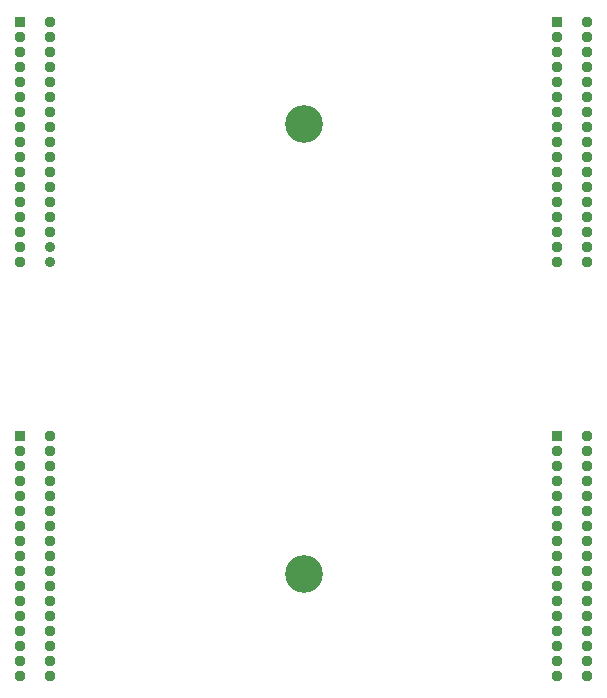
<source format=gbr>
%TF.GenerationSoftware,KiCad,Pcbnew,7.0.7*%
%TF.CreationDate,2023-09-14T15:50:50-04:00*%
%TF.ProjectId,Temps_North_DCT_HSK,54656d70-735f-44e6-9f72-74685f444354,B*%
%TF.SameCoordinates,Original*%
%TF.FileFunction,Soldermask,Bot*%
%TF.FilePolarity,Negative*%
%FSLAX46Y46*%
G04 Gerber Fmt 4.6, Leading zero omitted, Abs format (unit mm)*
G04 Created by KiCad (PCBNEW 7.0.7) date 2023-09-14 15:50:50*
%MOMM*%
%LPD*%
G01*
G04 APERTURE LIST*
%ADD10R,0.940800X0.940800*%
%ADD11C,0.940800*%
%ADD12C,3.200000*%
%ADD13C,0.890000*%
G04 APERTURE END LIST*
D10*
%TO.C,J2*%
X104256840Y-89916000D03*
D11*
X106817160Y-89916000D03*
X104267000Y-91186000D03*
X106807000Y-91186000D03*
X104267000Y-92456000D03*
X106807000Y-92456000D03*
X104267000Y-93726000D03*
X106807000Y-93726000D03*
X104267000Y-94996000D03*
X106807000Y-94996000D03*
X104267000Y-96266000D03*
X106807000Y-96266000D03*
X104267000Y-97536000D03*
X106807000Y-97536000D03*
X104267000Y-98806000D03*
X106807000Y-98806000D03*
X104267000Y-100076000D03*
X106807000Y-100076000D03*
X104267000Y-101346000D03*
X106807000Y-101346000D03*
X104267000Y-102616000D03*
X106807000Y-102616000D03*
X104267000Y-103886000D03*
X106807000Y-103886000D03*
X104267000Y-105156000D03*
X106807000Y-105156000D03*
X104267000Y-106426000D03*
X106807000Y-106426000D03*
X104267000Y-107696000D03*
X106807000Y-107696000D03*
X104267000Y-108966000D03*
X106807000Y-108966000D03*
X104267000Y-110236000D03*
X106807000Y-110236000D03*
%TD*%
D12*
%TO.C,REF\u002A\u002A*%
X128270000Y-63500000D03*
%TD*%
%TO.C,REF\u002A\u002A*%
X128270000Y-101600000D03*
%TD*%
D10*
%TO.C,J3*%
X149722840Y-54838600D03*
D11*
X152283160Y-54838600D03*
X149733000Y-56108600D03*
X152273000Y-56108600D03*
X149733000Y-57378600D03*
X152273000Y-57378600D03*
X149733000Y-58648600D03*
X152273000Y-58648600D03*
X149733000Y-59918600D03*
X152273000Y-59918600D03*
X149733000Y-61188600D03*
X152273000Y-61188600D03*
X149733000Y-62458600D03*
X152273000Y-62458600D03*
X149733000Y-63728600D03*
X152273000Y-63728600D03*
X149733000Y-64998600D03*
X152273000Y-64998600D03*
X149733000Y-66268600D03*
X152273000Y-66268600D03*
X149733000Y-67538600D03*
X152273000Y-67538600D03*
X149733000Y-68808600D03*
X152273000Y-68808600D03*
X149733000Y-70078600D03*
X152273000Y-70078600D03*
X149733000Y-71348600D03*
X152273000Y-71348600D03*
X149733000Y-72618600D03*
X152273000Y-72618600D03*
X149733000Y-73888600D03*
X152273000Y-73888600D03*
X149733000Y-75158600D03*
X152273000Y-75158600D03*
%TD*%
D10*
%TO.C,J4*%
X149722840Y-89916000D03*
D11*
X152283160Y-89916000D03*
X149733000Y-91186000D03*
X152273000Y-91186000D03*
X149733000Y-92456000D03*
X152273000Y-92456000D03*
X149733000Y-93726000D03*
X152273000Y-93726000D03*
X149733000Y-94996000D03*
X152273000Y-94996000D03*
X149733000Y-96266000D03*
X152273000Y-96266000D03*
X149733000Y-97536000D03*
X152273000Y-97536000D03*
X149733000Y-98806000D03*
X152273000Y-98806000D03*
X149733000Y-100076000D03*
X152273000Y-100076000D03*
X149733000Y-101346000D03*
X152273000Y-101346000D03*
X149733000Y-102616000D03*
X152273000Y-102616000D03*
X149733000Y-103886000D03*
X152273000Y-103886000D03*
X149733000Y-105156000D03*
X152273000Y-105156000D03*
X149733000Y-106426000D03*
X152273000Y-106426000D03*
X149733000Y-107696000D03*
X152273000Y-107696000D03*
X149733000Y-108966000D03*
X152273000Y-108966000D03*
X149733000Y-110236000D03*
X152273000Y-110236000D03*
%TD*%
D10*
%TO.C,J1*%
X104241600Y-54838600D03*
D11*
X106801920Y-54838600D03*
X104251760Y-56108600D03*
X106791760Y-56108600D03*
X104251760Y-57378600D03*
X106791760Y-57378600D03*
X104251760Y-58648600D03*
X106791760Y-58648600D03*
X104251760Y-59918600D03*
X106791760Y-59918600D03*
X104251760Y-61188600D03*
X106791760Y-61188600D03*
X104251760Y-62458600D03*
X106791760Y-62458600D03*
X104251760Y-63728600D03*
X106791760Y-63728600D03*
X104251760Y-64998600D03*
X106791760Y-64998600D03*
X104251760Y-66268600D03*
X106791760Y-66268600D03*
X104251760Y-67538600D03*
X106791760Y-67538600D03*
X104251760Y-68808600D03*
X106791760Y-68808600D03*
X104251760Y-70078600D03*
X106791760Y-70078600D03*
X104251760Y-71348600D03*
X106791760Y-71348600D03*
X104251760Y-72618600D03*
X106791760Y-72618600D03*
X104251760Y-73888600D03*
D13*
X106791760Y-73888600D03*
D11*
X104251760Y-75158600D03*
D13*
X106791760Y-75158600D03*
%TD*%
M02*

</source>
